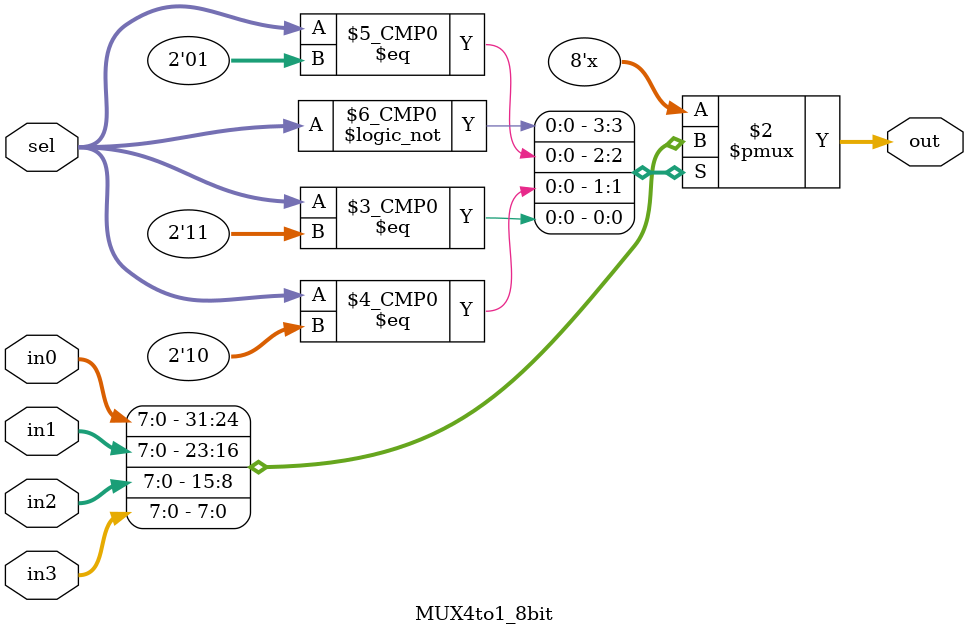
<source format=v>
`timescale 1ns / 1ps

module SRAM (
    input clk,             // The clock, like a heartbeat that makes things happen at the right time.
    input Reset,           // A button to reset everything back to start.
    input [7:0] Address,   // A number (0-255) that says where to look in memory (like a house address).
    input SRAMRead,        // A signal that says "I want to read from memory."
    input SRAMWrite,       // A signal that says "I want to write to memory."
    input [7:0] Datain,    // The data (8 bits, like a small number) we want to put into memory.
    output reg [7:0] Dataout // The data (8 bits) we get out of memory.
);
    reg [7:0] datamem [0:255];  // This is our memory box: 256 slots, each holding an 8-bit number.

    always @(posedge clk or posedge Reset) begin  // This block runs every time the clock ticks or reset is pressed.
        if (Reset) begin          // If reset is on...
            Dataout <= 8'b0;      // Set the output to zero (8 bits of 0s).
        end else begin            // If reset is off...
            if (SRAMWrite)        // If we’re told to write...
                datamem[Address] <= Datain;  // Put the input data into the memory slot at the given address.
            if (SRAMRead)         // If we’re told to read...
                Dataout <= datamem[Address]; // Grab the data from that memory slot and send it out.
        end
    end
endmodule  // This ends the SRAM memory box.

module Stack (
    input clk,             // The clock, our timing heartbeat again.
    input Reset,           // The reset button to start over.
    input StackRead,       // A signal saying "take something off the stack."
    input StackWrite,      // A signal saying "put something on the stack."
    input [7:0] Datain,    // The 8-bit data we want to add to the stack.
    output reg [7:0] Dataout // The 8-bit data we get from the stack.
);
    reg [7:0] stack_pointer;    // A number (0-255) that tracks the top of our stack (like a bookmark).
    wire [7:0] sram_dataout;    // A wire to carry data coming out of the SRAM memory.
    wire [7:0] mux_data_out;    // A wire to carry data picked by our switch (MUX).

    SRAM stack_sram (           // This is our memory box (SRAM) used for the stack.
        .clk(clk),              // Connect the clock to the SRAM.
        .Reset(Reset),          // Connect the reset to the SRAM.
        .Address(stack_pointer), // Tell SRAM to use the stack pointer as the address.
        .SRAMRead(StackRead),   // Tell SRAM when to read based on StackRead.
        .SRAMWrite(StackWrite), // Tell SRAM when to write based on StackWrite.
        .Datain(mux_data_out),  // Send the switch’s output to SRAM as input data.
        .Dataout(sram_dataout)  // Get the data out of SRAM into this wire.
    );

    MUX4to1_8bit mux_data (     // This is a switch (MUX) that picks between 4 options.
        .sel({StackWrite, StackRead}), // Use StackWrite and StackRead to decide (like a 2-bit code: 00, 01, 10, 11).
        .in0(8'b0),             // Option 0: just zero (8 bits of 0s).
        .in1(sram_dataout),     // Option 1: data from SRAM (when reading).
        .in2(Datain),           // Option 2: new data to write (when pushing).
        .in3(8'b0),             // Option 3: zero again (not really used).
        .out(mux_data_out)      // The chosen data goes here.
    );

    always @(posedge clk or posedge Reset) begin  // This runs on every clock tick or reset.
        if (Reset) begin          // If reset is pressed...
            stack_pointer <= 8'hFF; // Set the stack pointer to 255 (top of the stack).
            Dataout <= 8'b0;      // Set the output to zero.
        end else begin            // If no reset...
            if (StackWrite && stack_pointer != 8'h00) begin  // If we’re writing and stack isn’t full (0)...
                stack_pointer <= stack_pointer - 1; // Move the pointer down (like adding a book to the stack).
                Dataout <= Datain;      // Show the new data we’re adding.
            end
            if (StackRead && stack_pointer != 8'hFF) begin   // If we’re reading and stack isn’t empty (255)...
                stack_pointer <= stack_pointer + 1; // Move the pointer up (like taking a book off).
                Dataout <= sram_dataout; // Show the data we got from SRAM.
            end
        end
    end
endmodule  // This ends the stack.

module ALU (
    input clk,             // The clock, our timing heartbeat.
    input Reset,           // The reset button.
    input Imm7,            // A switch saying if Operand2 is a tiny number (1 bit) or full size (8 bits).
    input [7:0] Operand1,  // First number (8 bits) to work with.
    input [7:0] Operand2,  // Second number (8 bits) to work with.
    input [4:0] Opcode,    // A 5-bit code telling us what math to do (like 00000 for add).
    input ALUSave,         // A signal to save the result.
    input ZflagSave,       // A signal to save the "zero" flag.
    input CflagSave,       // A signal to save the "carry" flag.
    output reg Zflag,      // A flag that says "result is zero" (1 if true, 0 if not).
    output reg Cflag,      // A flag that says "there’s a carry" (like an extra bit from adding).
    output reg [7:0] ALUout // The result of our math (8 bits).
);
    reg [8:0] temp_result;  // A 9-bit spot to hold the result temporarily (extra bit for carry).

    always @(posedge clk or posedge Reset) begin  // Runs on every clock tick or reset.
        if (Reset) begin          // If reset is on...
            ALUout <= 8'b0;       // Set the result to zero.
            Zflag <= 1'b0;        // Set the zero flag to "not zero."
            Cflag <= 1'b0;        // Set the carry flag to "no carry."
        end else if (ALUSave) begin  // If we’re told to save a result...
            case (Opcode)         // Look at the Opcode to decide what to do.
                5'b00000: begin   // If Opcode is 00000 (add)...
                    temp_result = Operand1 + (Imm7 ? {7'b0, Operand2[0]} : Operand2); // Add Operand1 and Operand2 (small if Imm7 is on).
                    ALUout <= temp_result[7:0]; // Save the bottom 8 bits as the result.
                end
                5'b00001: begin   // If Opcode is 00001 (subtract)...
                    temp_result = Operand1 - (Imm7 ? {7'b0, Operand2[0]} : Operand2); // Subtract Operand2 from Operand1.
                    ALUout <= temp_result[7:0]; // Save the bottom 8 bits.
                end
                5'b00010: begin   // If Opcode is 00010 (AND)...
                    ALUout <= Operand1 & (Imm7 ? {7'b0, Operand2[0]} : Operand2); // Do a bitwise AND (like matching 1s).
                    temp_result = {1'b0, ALUout}; // Store result with a 0 on top (no carry here).
                end
                5'b00011: begin   // If Opcode is 00011 (OR)...
                    ALUout <= Operand1 | (Imm7 ? {7'b0, Operand2[0]} : Operand2); // Do a bitwise OR (combine 1s).
                    temp_result = {1'b0, ALUout}; // Store with a 0 on top.
                end
                5'b00100: begin   // If Opcode is 00100 (XOR)...
                    ALUout <= Operand1 ^ (Imm7 ? {7'b0, Operand2[0]} : Operand2); // Do a bitwise XOR (1 if different).
                    temp_result = {1'b0, ALUout}; // Store with a 0 on top.
                end
                default: begin    // If Opcode is anything else...
                    ALUout <= 8'b0;       // Set result to zero.
                    temp_result = 9'b0;   // Clear the temp spot too.
                end
            endcase
            if (ZflagSave)        // If we’re told to save the zero flag...
                Zflag <= (temp_result[7:0] == 8'b0); // Set to 1 if result is zero, 0 if not.
            if (CflagSave)        // If we’re told to save the carry flag...
                Cflag <= temp_result[8]; // Set to 1 if there’s an extra bit (carry), 0 if not.
        end
    end
endmodule  // This ends the ALU.

module MUX4to1_8bit (
    input [1:0] sel,       // A 2-bit code to pick one of 4 inputs (like a remote control).
    input [7:0] in0,       // First option: an 8-bit number.
    input [7:0] in1,       // Second option: another 8-bit number.
    input [7:0] in2,       // Third option: another 8-bit number.
    input [7:0] in3,       // Fourth option: another 8-bit number.
    output reg [7:0] out   // The chosen 8-bit number goes here.
);
    always @(*) begin      // This runs instantly whenever inputs change.
        case (sel)         // Look at the selection code...
            2'b00: out = in0;    // If sel is 00, pick in0.
            2'b01: out = in1;    // If sel is 01, pick in1.
            2'b10: out = in2;    // If sel is 10, pick in2.
            2'b11: out = in3;    // If sel is 11, pick in3.
            default: out = in0;  // If sel is weird, just pick in0.
        endcase
    end
endmodule  // This ends the switch (MUX).
</source>
